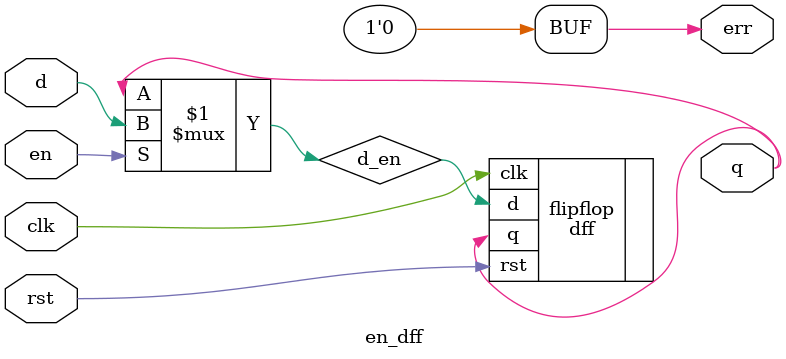
<source format=v>
/*
   CS/ECE 552, Spring '23
   Homework #3, Problem #1
  
   This module creates a 1-bit enable D-flipflop (DFF).
*/
`default_nettype none
module en_dff (
            // Output
            q, err,
            // Inputs
            d, clk, rst, en
            );

    output wire    q;
	output wire    err;
    input wire     d;
    input wire     clk;
    input wire     rst;
	input wire 	   en;
	
	wire d_en; // output value of multiplexor
	
	assign d_en = en ? d : q; // mulitplexor for enable.
	
	dff flipflop (.q(q), .d(d_en), .clk(clk), .rst(rst));
	
	assign err = (~(d == 0 | d == 1)) | (~(clk == 0 | clk == 1)) | (~(rst == 0 | rst == 1)) | (~(en == 0 | en == 1));

    

endmodule
`default_nettype wire

</source>
